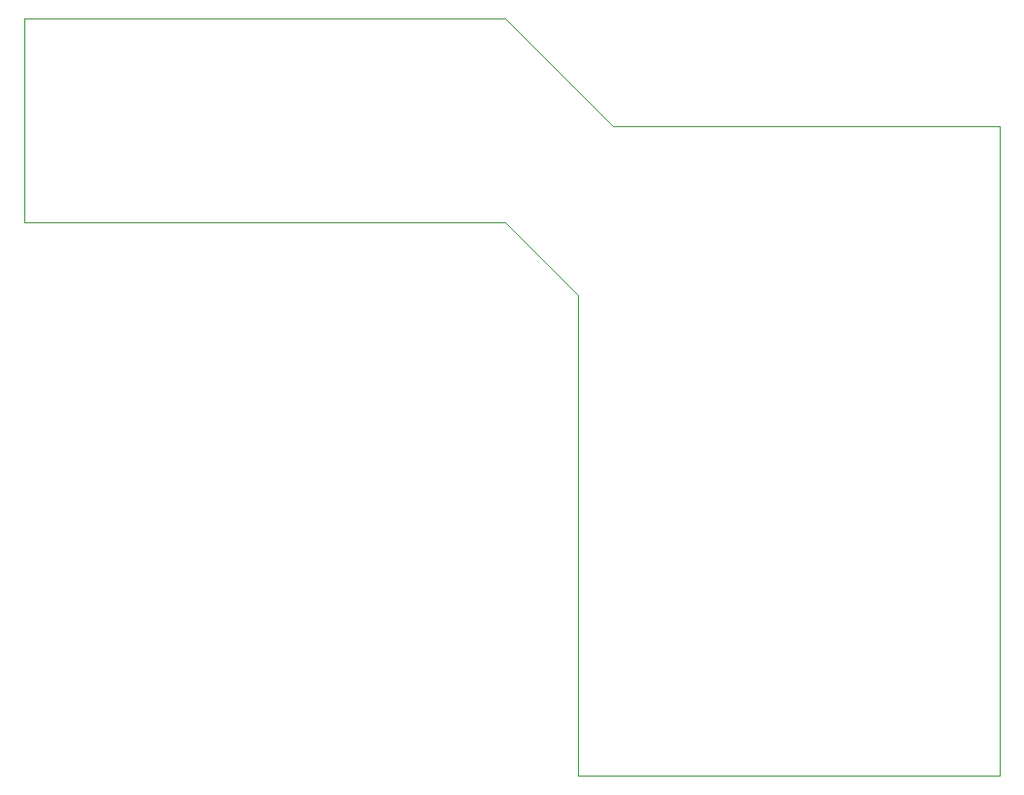
<source format=gbr>
%TF.GenerationSoftware,KiCad,Pcbnew,(5.1.10)-1*%
%TF.CreationDate,2023-06-12T08:51:03+01:00*%
%TF.ProjectId,pt8601_rom_adapter,70743836-3031-45f7-926f-6d5f61646170,rev?*%
%TF.SameCoordinates,Original*%
%TF.FileFunction,Profile,NP*%
%FSLAX46Y46*%
G04 Gerber Fmt 4.6, Leading zero omitted, Abs format (unit mm)*
G04 Created by KiCad (PCBNEW (5.1.10)-1) date 2023-06-12 08:51:03*
%MOMM*%
%LPD*%
G01*
G04 APERTURE LIST*
%TA.AperFunction,Profile*%
%ADD10C,0.050000*%
%TD*%
G04 APERTURE END LIST*
D10*
X196799200Y-69392800D02*
X163144200Y-69392800D01*
X196799200Y-126034800D02*
X160096200Y-126034800D01*
X111836200Y-77774800D02*
X117170200Y-77774800D01*
X111836200Y-59994800D02*
X111836200Y-77774800D01*
X117170200Y-59994800D02*
X111836200Y-59994800D01*
X160096200Y-84124800D02*
X160096200Y-126034800D01*
X153746200Y-77774800D02*
X117170200Y-77774800D01*
X153746200Y-77774800D02*
X160096200Y-84124800D01*
X196799200Y-69392800D02*
X196799200Y-126034800D01*
X153746200Y-59994800D02*
X163144200Y-69392800D01*
X117170200Y-59994800D02*
X153746200Y-59994800D01*
M02*

</source>
